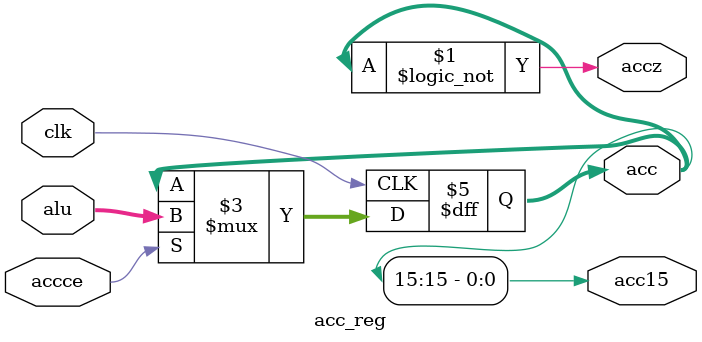
<source format=v>
`timescale 1ns / 1ps

module acc_reg (clk, accce, alu, acc, 
acc15, accz);
    input clk, accce;
    input [15:0] alu;
    output acc15, accz;
    output [15:0] acc;
    reg [15:0] acc;
    assign acc15 = acc[15];
    assign accz = acc == 16'h0;
    always @(negedge clk) 
        if (accce) acc <= alu[15:0];
endmodule

</source>
